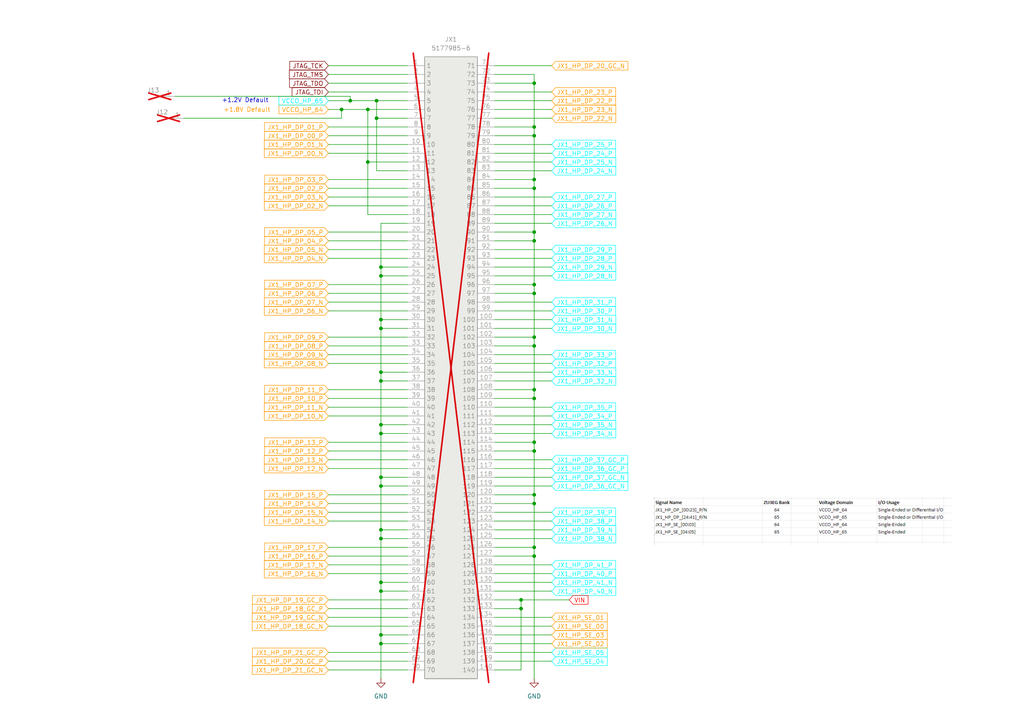
<source format=kicad_sch>
(kicad_sch (version 20231120) (generator "eeschema") (generator_version "8.0")
  (paper "A4")
  (lib_symbols
    (symbol "Connector:Conn_01x01_Pin" (pin_names (offset 1.016) hide)
      (property "Reference" "J" (at 0 2.54 0))
      (property "Value" "Conn_01x01_Pin" (at 0 -2.54 0))
      (symbol "Conn_01x01_Pin_1_1"
        (polyline (pts (xy 1.27 0) (xy 0.8636 0)) (stroke (width 0.1524)))
        (rectangle (start 0.8636 0.127) (end 0 -0.127) (stroke (width 0.1524)) (fill (type outline)))
        (pin passive line (at 5.08 0 180) (length 3.81) (name "Pin_1") (number "1"))
      )
    )
    (symbol "SamacSys_Parts:5177985-6"
      (property "Reference" "J" (at 21.59 7.62 0))
      (property "Value" "5177985-6" (at 21.59 5.08 0))
      (symbol "5177985-6_1_1"
        (rectangle (start 5.08 2.54) (end 20.32 -177.8) (stroke (width 0.254)) (fill (type background)))
        (pin passive line (at 0 0 0) (length 5.08) (name "1") (number "1"))
        (pin passive line (at 0 -22.86 0) (length 5.08) (name "10") (number "10"))
        (pin passive line (at 25.4 -73.66 180) (length 5.08) (name "100") (number "100"))
        (pin passive line (at 25.4 -76.2 180) (length 5.08) (name "101") (number "101"))
        (pin passive line (at 25.4 -78.74 180) (length 5.08) (name "102") (number "102"))
        (pin passive line (at 25.4 -81.28 180) (length 5.08) (name "103") (number "103"))
        (pin passive line (at 25.4 -83.82 180) (length 5.08) (name "104") (number "104"))
        (pin passive line (at 25.4 -86.36 180) (length 5.08) (name "105") (number "105"))
        (pin passive line (at 25.4 -88.9 180) (length 5.08) (name "106") (number "106"))
        (pin passive line (at 25.4 -91.44 180) (length 5.08) (name "107") (number "107"))
        (pin passive line (at 25.4 -93.98 180) (length 5.08) (name "108") (number "108"))
        (pin passive line (at 25.4 -96.52 180) (length 5.08) (name "109") (number "109"))
        (pin passive line (at 0 -25.4 0) (length 5.08) (name "11") (number "11"))
        (pin passive line (at 25.4 -99.06 180) (length 5.08) (name "110") (number "110"))
        (pin passive line (at 25.4 -101.6 180) (length 5.08) (name "111") (number "111"))
        (pin passive line (at 25.4 -104.14 180) (length 5.08) (name "112") (number "112"))
        (pin passive line (at 25.4 -106.68 180) (length 5.08) (name "113") (number "113"))
        (pin passive line (at 25.4 -109.22 180) (length 5.08) (name "114") (number "114"))
        (pin passive line (at 25.4 -111.76 180) (length 5.08) (name "115") (number "115"))
        (pin passive line (at 25.4 -114.3 180) (length 5.08) (name "116") (number "116"))
        (pin passive line (at 25.4 -116.84 180) (length 5.08) (name "117") (number "117"))
        (pin passive line (at 25.4 -119.38 180) (length 5.08) (name "118") (number "118"))
        (pin passive line (at 25.4 -121.92 180) (length 5.08) (name "119") (number "119"))
        (pin passive line (at 0 -27.94 0) (length 5.08) (name "12") (number "12"))
        (pin passive line (at 25.4 -124.46 180) (length 5.08) (name "120") (number "120"))
        (pin passive line (at 25.4 -127 180) (length 5.08) (name "121") (number "121"))
        (pin passive line (at 25.4 -129.54 180) (length 5.08) (name "122") (number "122"))
        (pin passive line (at 25.4 -132.08 180) (length 5.08) (name "123") (number "123"))
        (pin passive line (at 25.4 -134.62 180) (length 5.08) (name "124") (number "124"))
        (pin passive line (at 25.4 -137.16 180) (length 5.08) (name "125") (number "125"))
        (pin passive line (at 25.4 -139.7 180) (length 5.08) (name "126") (number "126"))
        (pin passive line (at 25.4 -142.24 180) (length 5.08) (name "127") (number "127"))
        (pin passive line (at 25.4 -144.78 180) (length 5.08) (name "128") (number "128"))
        (pin passive line (at 25.4 -147.32 180) (length 5.08) (name "129") (number "129"))
        (pin passive line (at 0 -30.48 0) (length 5.08) (name "13") (number "13"))
        (pin passive line (at 25.4 -149.86 180) (length 5.08) (name "130") (number "130"))
        (pin passive line (at 25.4 -152.4 180) (length 5.08) (name "131") (number "131"))
        (pin passive line (at 25.4 -154.94 180) (length 5.08) (name "132") (number "132"))
        (pin passive line (at 25.4 -157.48 180) (length 5.08) (name "133") (number "133"))
        (pin passive line (at 25.4 -160.02 180) (length 5.08) (name "134") (number "134"))
        (pin passive line (at 25.4 -162.56 180) (length 5.08) (name "135") (number "135"))
        (pin passive line (at 25.4 -165.1 180) (length 5.08) (name "136") (number "136"))
        (pin passive line (at 25.4 -167.64 180) (length 5.08) (name "137") (number "137"))
        (pin passive line (at 25.4 -170.18 180) (length 5.08) (name "138") (number "138"))
        (pin passive line (at 25.4 -172.72 180) (length 5.08) (name "139") (number "139"))
        (pin passive line (at 0 -33.02 0) (length 5.08) (name "14") (number "14"))
        (pin passive line (at 25.4 -175.26 180) (length 5.08) (name "140") (number "140"))
        (pin passive line (at 0 -35.56 0) (length 5.08) (name "15") (number "15"))
        (pin passive line (at 0 -38.1 0) (length 5.08) (name "16") (number "16"))
        (pin passive line (at 0 -40.64 0) (length 5.08) (name "17") (number "17"))
        (pin passive line (at 0 -43.18 0) (length 5.08) (name "18") (number "18"))
        (pin passive line (at 0 -45.72 0) (length 5.08) (name "19") (number "19"))
        (pin passive line (at 0 -2.54 0) (length 5.08) (name "2") (number "2"))
        (pin passive line (at 0 -48.26 0) (length 5.08) (name "20") (number "20"))
        (pin passive line (at 0 -50.8 0) (length 5.08) (name "21") (number "21"))
        (pin passive line (at 0 -53.34 0) (length 5.08) (name "22") (number "22"))
        (pin passive line (at 0 -55.88 0) (length 5.08) (name "23") (number "23"))
        (pin passive line (at 0 -58.42 0) (length 5.08) (name "24") (number "24"))
        (pin passive line (at 0 -60.96 0) (length 5.08) (name "25") (number "25"))
        (pin passive line (at 0 -63.5 0) (length 5.08) (name "26") (number "26"))
        (pin passive line (at 0 -66.04 0) (length 5.08) (name "27") (number "27"))
        (pin passive line (at 0 -68.58 0) (length 5.08) (name "28") (number "28"))
        (pin passive line (at 0 -71.12 0) (length 5.08) (name "29") (number "29"))
        (pin passive line (at 0 -5.08 0) (length 5.08) (name "3") (number "3"))
        (pin passive line (at 0 -73.66 0) (length 5.08) (name "30") (number "30"))
        (pin passive line (at 0 -76.2 0) (length 5.08) (name "31") (number "31"))
        (pin passive line (at 0 -78.74 0) (length 5.08) (name "32") (number "32"))
        (pin passive line (at 0 -81.28 0) (length 5.08) (name "33") (number "33"))
        (pin passive line (at 0 -83.82 0) (length 5.08) (name "34") (number "34"))
        (pin passive line (at 0 -86.36 0) (length 5.08) (name "35") (number "35"))
        (pin passive line (at 0 -88.9 0) (length 5.08) (name "36") (number "36"))
        (pin passive line (at 0 -91.44 0) (length 5.08) (name "37") (number "37"))
        (pin passive line (at 0 -93.98 0) (length 5.08) (name "38") (number "38"))
        (pin passive line (at 0 -96.52 0) (length 5.08) (name "39") (number "39"))
        (pin passive line (at 0 -7.62 0) (length 5.08) (name "4") (number "4"))
        (pin passive line (at 0 -99.06 0) (length 5.08) (name "40") (number "40"))
        (pin passive line (at 0 -101.6 0) (length 5.08) (name "41") (number "41"))
        (pin passive line (at 0 -104.14 0) (length 5.08) (name "42") (number "42"))
        (pin passive line (at 0 -106.68 0) (length 5.08) (name "43") (number "43"))
        (pin passive line (at 0 -109.22 0) (length 5.08) (name "44") (number "44"))
        (pin passive line (at 0 -111.76 0) (length 5.08) (name "45") (number "45"))
        (pin passive line (at 0 -114.3 0) (length 5.08) (name "46") (number "46"))
        (pin passive line (at 0 -116.84 0) (length 5.08) (name "47") (number "47"))
        (pin passive line (at 0 -119.38 0) (length 5.08) (name "48") (number "48"))
        (pin passive line (at 0 -121.92 0) (length 5.08) (name "49") (number "49"))
        (pin passive line (at 0 -10.16 0) (length 5.08) (name "5") (number "5"))
        (pin passive line (at 0 -124.46 0) (length 5.08) (name "50") (number "50"))
        (pin passive line (at 0 -127 0) (length 5.08) (name "51") (number "51"))
        (pin passive line (at 0 -129.54 0) (length 5.08) (name "52") (number "52"))
        (pin passive line (at 0 -132.08 0) (length 5.08) (name "53") (number "53"))
        (pin passive line (at 0 -134.62 0) (length 5.08) (name "54") (number "54"))
        (pin passive line (at 0 -137.16 0) (length 5.08) (name "55") (number "55"))
        (pin passive line (at 0 -139.7 0) (length 5.08) (name "56") (number "56"))
        (pin passive line (at 0 -142.24 0) (length 5.08) (name "57") (number "57"))
        (pin passive line (at 0 -144.78 0) (length 5.08) (name "58") (number "58"))
        (pin passive line (at 0 -147.32 0) (length 5.08) (name "59") (number "59"))
        (pin passive line (at 0 -12.7 0) (length 5.08) (name "6") (number "6"))
        (pin passive line (at 0 -149.86 0) (length 5.08) (name "60") (number "60"))
        (pin passive line (at 0 -152.4 0) (length 5.08) (name "61") (number "61"))
        (pin passive line (at 0 -154.94 0) (length 5.08) (name "62") (number "62"))
        (pin passive line (at 0 -157.48 0) (length 5.08) (name "63") (number "63"))
        (pin passive line (at 0 -160.02 0) (length 5.08) (name "64") (number "64"))
        (pin passive line (at 0 -162.56 0) (length 5.08) (name "65") (number "65"))
        (pin passive line (at 0 -165.1 0) (length 5.08) (name "66") (number "66"))
        (pin passive line (at 0 -167.64 0) (length 5.08) (name "67") (number "67"))
        (pin passive line (at 0 -170.18 0) (length 5.08) (name "68") (number "68"))
        (pin passive line (at 0 -172.72 0) (length 5.08) (name "69") (number "69"))
        (pin passive line (at 0 -15.24 0) (length 5.08) (name "7") (number "7"))
        (pin passive line (at 0 -175.26 0) (length 5.08) (name "70") (number "70"))
        (pin passive line (at 25.4 0 180) (length 5.08) (name "71") (number "71"))
        (pin passive line (at 25.4 -2.54 180) (length 5.08) (name "72") (number "72"))
        (pin passive line (at 25.4 -5.08 180) (length 5.08) (name "73") (number "73"))
        (pin passive line (at 25.4 -7.62 180) (length 5.08) (name "74") (number "74"))
        (pin passive line (at 25.4 -10.16 180) (length 5.08) (name "75") (number "75"))
        (pin passive line (at 25.4 -12.7 180) (length 5.08) (name "76") (number "76"))
        (pin passive line (at 25.4 -15.24 180) (length 5.08) (name "77") (number "77"))
        (pin passive line (at 25.4 -17.78 180) (length 5.08) (name "78") (number "78"))
        (pin passive line (at 25.4 -20.32 180) (length 5.08) (name "79") (number "79"))
        (pin passive line (at 0 -17.78 0) (length 5.08) (name "8") (number "8"))
        (pin passive line (at 25.4 -22.86 180) (length 5.08) (name "80") (number "80"))
        (pin passive line (at 25.4 -25.4 180) (length 5.08) (name "81") (number "81"))
        (pin passive line (at 25.4 -27.94 180) (length 5.08) (name "82") (number "82"))
        (pin passive line (at 25.4 -30.48 180) (length 5.08) (name "83") (number "83"))
        (pin passive line (at 25.4 -33.02 180) (length 5.08) (name "84") (number "84"))
        (pin passive line (at 25.4 -35.56 180) (length 5.08) (name "85") (number "85"))
        (pin passive line (at 25.4 -38.1 180) (length 5.08) (name "86") (number "86"))
        (pin passive line (at 25.4 -40.64 180) (length 5.08) (name "87") (number "87"))
        (pin passive line (at 25.4 -43.18 180) (length 5.08) (name "88") (number "88"))
        (pin passive line (at 25.4 -45.72 180) (length 5.08) (name "89") (number "89"))
        (pin passive line (at 0 -20.32 0) (length 5.08) (name "9") (number "9"))
        (pin passive line (at 25.4 -48.26 180) (length 5.08) (name "90") (number "90"))
        (pin passive line (at 25.4 -50.8 180) (length 5.08) (name "91") (number "91"))
        (pin passive line (at 25.4 -53.34 180) (length 5.08) (name "92") (number "92"))
        (pin passive line (at 25.4 -55.88 180) (length 5.08) (name "93") (number "93"))
        (pin passive line (at 25.4 -58.42 180) (length 5.08) (name "94") (number "94"))
        (pin passive line (at 25.4 -60.96 180) (length 5.08) (name "95") (number "95"))
        (pin passive line (at 25.4 -63.5 180) (length 5.08) (name "96") (number "96"))
        (pin passive line (at 25.4 -66.04 180) (length 5.08) (name "97") (number "97"))
        (pin passive line (at 25.4 -68.58 180) (length 5.08) (name "98") (number "98"))
        (pin passive line (at 25.4 -71.12 180) (length 5.08) (name "99") (number "99"))
      )
    )
    (symbol "power:GND" (power) (pin_numbers hide) (pin_names (offset 0) hide)
      (property "Value" "GND" (at 0 -3.81 0))
      (symbol "GND_0_1"
        (polyline (pts (xy 0 0) (xy 0 -1.27) (xy 1.27 -1.27) (xy 0 -2.54) (xy -1.27 -1.27) (xy 0 -1.27)))
      )
      (symbol "GND_1_1"
        (pin power_in line (at 0 0 270) (length 0) (name "~") (number "1"))
      )
    )
  )
  (junction (at 110.49 171.45))
  (junction (at 154.94 52.07))
  (junction (at 110.49 184.15))
  (junction (at 110.49 156.21))
  (junction (at 110.49 107.95))
  (junction (at 110.49 125.73))
  (junction (at 154.94 115.57))
  (junction (at 106.68 31.75))
  (junction (at 154.94 67.31))
  (junction (at 110.49 153.67))
  (junction (at 154.94 161.29))
  (junction (at 106.68 46.99))
  (junction (at 154.94 158.75))
  (junction (at 110.49 123.19))
  (junction (at 110.49 186.69))
  (junction (at 110.49 77.47))
  (junction (at 154.94 146.05))
  (junction (at 154.94 85.09))
  (junction (at 151.13 173.99))
  (junction (at 154.94 100.33))
  (junction (at 109.22 34.29))
  (junction (at 110.49 138.43))
  (junction (at 154.94 69.85))
  (junction (at 154.94 130.81))
  (junction (at 154.94 54.61))
  (junction (at 99.06 31.75))
  (junction (at 154.94 36.83))
  (junction (at 110.49 168.91))
  (junction (at 101.6 29.21))
  (junction (at 154.94 24.13))
  (junction (at 110.49 140.97))
  (junction (at 110.49 95.25))
  (junction (at 151.13 176.53))
  (junction (at 110.49 92.71))
  (junction (at 154.94 97.79))
  (junction (at 110.49 80.01))
  (junction (at 154.94 128.27))
  (junction (at 154.94 113.03))
  (junction (at 110.49 110.49))
  (junction (at 109.22 29.21))
  (junction (at 154.94 82.55))
  (junction (at 154.94 39.37))
  (junction (at 154.94 143.51))
  (wire (pts (xy 151.13 194.31) (xy 143.51 194.31)))
  (wire (pts (xy 143.51 113.03) (xy 154.94 113.03)))
  (wire (pts (xy 143.51 82.55) (xy 154.94 82.55)))
  (wire (pts (xy 143.51 59.69) (xy 160.02 59.69)))
  (wire (pts (xy 143.51 46.99) (xy 160.02 46.99)))
  (wire (pts (xy 118.11 46.99) (xy 106.68 46.99)))
  (wire (pts (xy 143.51 179.07) (xy 160.02 179.07)))
  (wire (pts (xy 151.13 176.53) (xy 151.13 173.99)))
  (wire (pts (xy 154.94 143.51) (xy 154.94 146.05)))
  (wire (pts (xy 53.34 34.29) (xy 99.06 34.29)))
  (wire (pts (xy 109.22 49.53) (xy 109.22 34.29)))
  (wire (pts (xy 154.94 82.55) (xy 154.94 85.09)))
  (wire (pts (xy 143.51 138.43) (xy 160.02 138.43)))
  (wire (pts (xy 110.49 125.73) (xy 110.49 138.43)))
  (wire (pts (xy 95.25 148.59) (xy 118.11 148.59)))
  (wire (pts (xy 143.51 115.57) (xy 154.94 115.57)))
  (wire (pts (xy 99.06 34.29) (xy 99.06 31.75)))
  (wire (pts (xy 143.51 100.33) (xy 154.94 100.33)))
  (wire (pts (xy 110.49 77.47) (xy 118.11 77.47)))
  (wire (pts (xy 143.51 92.71) (xy 160.02 92.71)))
  (wire (pts (xy 143.51 158.75) (xy 154.94 158.75)))
  (wire (pts (xy 143.51 171.45) (xy 160.02 171.45)))
  (wire (pts (xy 143.51 19.05) (xy 160.02 19.05)))
  (wire (pts (xy 95.25 143.51) (xy 118.11 143.51)))
  (wire (pts (xy 95.25 135.89) (xy 118.11 135.89)))
  (wire (pts (xy 143.51 161.29) (xy 154.94 161.29)))
  (wire (pts (xy 110.49 64.77) (xy 118.11 64.77)))
  (wire (pts (xy 95.25 31.75) (xy 99.06 31.75)))
  (wire (pts (xy 143.51 107.95) (xy 160.02 107.95)))
  (wire (pts (xy 95.25 36.83) (xy 118.11 36.83)))
  (wire (pts (xy 151.13 176.53) (xy 151.13 194.31)))
  (wire (pts (xy 95.25 19.05) (xy 118.11 19.05)))
  (wire (pts (xy 143.51 34.29) (xy 160.02 34.29)))
  (wire (pts (xy 143.51 189.23) (xy 160.02 189.23)))
  (wire (pts (xy 154.94 97.79) (xy 154.94 100.33)))
  (wire (pts (xy 110.49 156.21) (xy 118.11 156.21)))
  (wire (pts (xy 143.51 146.05) (xy 154.94 146.05)))
  (wire (pts (xy 110.49 110.49) (xy 118.11 110.49)))
  (wire (pts (xy 143.51 135.89) (xy 160.02 135.89)))
  (wire (pts (xy 143.51 49.53) (xy 160.02 49.53)))
  (wire (pts (xy 99.06 31.75) (xy 106.68 31.75)))
  (wire (pts (xy 143.51 128.27) (xy 154.94 128.27)))
  (wire (pts (xy 110.49 64.77) (xy 110.49 77.47)))
  (wire (pts (xy 143.51 57.15) (xy 160.02 57.15)))
  (wire (pts (xy 110.49 107.95) (xy 110.49 110.49)))
  (wire (pts (xy 143.51 153.67) (xy 160.02 153.67)))
  (wire (pts (xy 95.25 113.03) (xy 118.11 113.03)))
  (wire (pts (xy 95.25 146.05) (xy 118.11 146.05)))
  (wire (pts (xy 110.49 95.25) (xy 110.49 107.95)))
  (wire (pts (xy 154.94 85.09) (xy 154.94 97.79)))
  (wire (pts (xy 110.49 186.69) (xy 118.11 186.69)))
  (wire (pts (xy 95.25 54.61) (xy 118.11 54.61)))
  (wire (pts (xy 143.51 26.67) (xy 160.02 26.67)))
  (wire (pts (xy 110.49 80.01) (xy 110.49 92.71)))
  (wire (pts (xy 95.25 72.39) (xy 118.11 72.39)))
  (wire (pts (xy 110.49 138.43) (xy 110.49 140.97)))
  (wire (pts (xy 110.49 77.47) (xy 110.49 80.01)))
  (wire (pts (xy 143.51 140.97) (xy 160.02 140.97)))
  (wire (pts (xy 95.25 163.83) (xy 118.11 163.83)))
  (wire (pts (xy 143.51 133.35) (xy 160.02 133.35)))
  (wire (pts (xy 50.8 27.94) (xy 101.6 27.94)))
  (wire (pts (xy 110.49 153.67) (xy 110.49 156.21)))
  (wire (pts (xy 95.25 69.85) (xy 118.11 69.85)))
  (wire (pts (xy 110.49 171.45) (xy 110.49 184.15)))
  (wire (pts (xy 95.25 161.29) (xy 118.11 161.29)))
  (wire (pts (xy 154.94 130.81) (xy 154.94 143.51)))
  (wire (pts (xy 101.6 27.94) (xy 101.6 29.21)))
  (wire (pts (xy 110.49 168.91) (xy 118.11 168.91)))
  (wire (pts (xy 143.51 77.47) (xy 160.02 77.47)))
  (wire (pts (xy 154.94 100.33) (xy 154.94 113.03)))
  (wire (pts (xy 143.51 176.53) (xy 151.13 176.53)))
  (wire (pts (xy 95.25 120.65) (xy 118.11 120.65)))
  (wire (pts (xy 110.49 153.67) (xy 118.11 153.67)))
  (wire (pts (xy 143.51 156.21) (xy 160.02 156.21)))
  (wire (pts (xy 95.25 24.13) (xy 118.11 24.13)))
  (wire (pts (xy 95.25 59.69) (xy 118.11 59.69)))
  (wire (pts (xy 95.25 173.99) (xy 118.11 173.99)))
  (wire (pts (xy 143.51 97.79) (xy 154.94 97.79)))
  (wire (pts (xy 110.49 171.45) (xy 118.11 171.45)))
  (wire (pts (xy 154.94 128.27) (xy 154.94 130.81)))
  (wire (pts (xy 95.25 74.93) (xy 118.11 74.93)))
  (wire (pts (xy 143.51 62.23) (xy 160.02 62.23)))
  (wire (pts (xy 106.68 31.75) (xy 118.11 31.75)))
  (wire (pts (xy 110.49 140.97) (xy 110.49 153.67)))
  (wire (pts (xy 143.51 191.77) (xy 160.02 191.77)))
  (wire (pts (xy 95.25 115.57) (xy 118.11 115.57)))
  (wire (pts (xy 143.51 90.17) (xy 160.02 90.17)))
  (wire (pts (xy 110.49 80.01) (xy 118.11 80.01)))
  (wire (pts (xy 143.51 181.61) (xy 160.02 181.61)))
  (wire (pts (xy 109.22 29.21) (xy 118.11 29.21)))
  (wire (pts (xy 95.25 191.77) (xy 118.11 191.77)))
  (wire (pts (xy 110.49 184.15) (xy 110.49 186.69)))
  (wire (pts (xy 143.51 44.45) (xy 160.02 44.45)))
  (wire (pts (xy 154.94 67.31) (xy 154.94 69.85)))
  (wire (pts (xy 118.11 49.53) (xy 109.22 49.53)))
  (wire (pts (xy 143.51 64.77) (xy 160.02 64.77)))
  (wire (pts (xy 143.51 110.49) (xy 160.02 110.49)))
  (wire (pts (xy 95.25 21.59) (xy 118.11 21.59)))
  (wire (pts (xy 143.51 31.75) (xy 160.02 31.75)))
  (wire (pts (xy 143.51 24.13) (xy 154.94 24.13)))
  (wire (pts (xy 154.94 36.83) (xy 154.94 39.37)))
  (wire (pts (xy 110.49 168.91) (xy 110.49 171.45)))
  (wire (pts (xy 95.25 179.07) (xy 118.11 179.07)))
  (wire (pts (xy 143.51 105.41) (xy 160.02 105.41)))
  (wire (pts (xy 110.49 186.69) (xy 110.49 196.85)))
  (wire (pts (xy 95.25 41.91) (xy 118.11 41.91)))
  (wire (pts (xy 143.51 52.07) (xy 154.94 52.07)))
  (wire (pts (xy 143.51 168.91) (xy 160.02 168.91)))
  (wire (pts (xy 110.49 123.19) (xy 118.11 123.19)))
  (wire (pts (xy 143.51 125.73) (xy 160.02 125.73)))
  (wire (pts (xy 154.94 21.59) (xy 154.94 24.13)))
  (wire (pts (xy 143.51 186.69) (xy 160.02 186.69)))
  (wire (pts (xy 106.68 46.99) (xy 106.68 31.75)))
  (wire (pts (xy 118.11 34.29) (xy 109.22 34.29)))
  (wire (pts (xy 110.49 92.71) (xy 118.11 92.71)))
  (wire (pts (xy 143.51 41.91) (xy 160.02 41.91)))
  (wire (pts (xy 95.25 105.41) (xy 118.11 105.41)))
  (wire (pts (xy 95.25 87.63) (xy 118.11 87.63)))
  (wire (pts (xy 95.25 85.09) (xy 118.11 85.09)))
  (wire (pts (xy 101.6 29.21) (xy 109.22 29.21)))
  (wire (pts (xy 143.51 102.87) (xy 160.02 102.87)))
  (wire (pts (xy 143.51 85.09) (xy 154.94 85.09)))
  (wire (pts (xy 95.25 151.13) (xy 118.11 151.13)))
  (wire (pts (xy 143.51 173.99) (xy 151.13 173.99)))
  (wire (pts (xy 143.51 87.63) (xy 160.02 87.63)))
  (wire (pts (xy 143.51 184.15) (xy 160.02 184.15)))
  (wire (pts (xy 95.25 52.07) (xy 118.11 52.07)))
  (wire (pts (xy 95.25 176.53) (xy 118.11 176.53)))
  (wire (pts (xy 143.51 54.61) (xy 154.94 54.61)))
  (wire (pts (xy 95.25 133.35) (xy 118.11 133.35)))
  (wire (pts (xy 110.49 123.19) (xy 110.49 125.73)))
  (wire (pts (xy 95.25 100.33) (xy 118.11 100.33)))
  (wire (pts (xy 143.51 21.59) (xy 154.94 21.59)))
  (wire (pts (xy 154.94 146.05) (xy 154.94 158.75)))
  (wire (pts (xy 143.51 39.37) (xy 154.94 39.37)))
  (wire (pts (xy 95.25 102.87) (xy 118.11 102.87)))
  (wire (pts (xy 143.51 69.85) (xy 154.94 69.85)))
  (wire (pts (xy 143.51 29.21) (xy 160.02 29.21)))
  (wire (pts (xy 154.94 113.03) (xy 154.94 115.57)))
  (wire (pts (xy 143.51 120.65) (xy 160.02 120.65)))
  (wire (pts (xy 110.49 110.49) (xy 110.49 123.19)))
  (wire (pts (xy 118.11 62.23) (xy 106.68 62.23)))
  (wire (pts (xy 143.51 67.31) (xy 154.94 67.31)))
  (wire (pts (xy 143.51 95.25) (xy 160.02 95.25)))
  (wire (pts (xy 143.51 148.59) (xy 160.02 148.59)))
  (wire (pts (xy 154.94 161.29) (xy 154.94 196.85)))
  (wire (pts (xy 143.51 163.83) (xy 160.02 163.83)))
  (wire (pts (xy 143.51 36.83) (xy 154.94 36.83)))
  (wire (pts (xy 143.51 143.51) (xy 154.94 143.51)))
  (wire (pts (xy 95.25 90.17) (xy 118.11 90.17)))
  (wire (pts (xy 95.25 181.61) (xy 118.11 181.61)))
  (wire (pts (xy 154.94 69.85) (xy 154.94 82.55)))
  (wire (pts (xy 95.25 82.55) (xy 118.11 82.55)))
  (wire (pts (xy 110.49 184.15) (xy 118.11 184.15)))
  (wire (pts (xy 143.51 72.39) (xy 160.02 72.39)))
  (wire (pts (xy 95.25 128.27) (xy 118.11 128.27)))
  (wire (pts (xy 143.51 123.19) (xy 160.02 123.19)))
  (wire (pts (xy 95.25 39.37) (xy 118.11 39.37)))
  (wire (pts (xy 95.25 29.21) (xy 101.6 29.21)))
  (wire (pts (xy 95.25 189.23) (xy 118.11 189.23)))
  (wire (pts (xy 95.25 194.31) (xy 118.11 194.31)))
  (wire (pts (xy 143.51 118.11) (xy 160.02 118.11)))
  (wire (pts (xy 154.94 24.13) (xy 154.94 36.83)))
  (wire (pts (xy 143.51 130.81) (xy 154.94 130.81)))
  (wire (pts (xy 154.94 115.57) (xy 154.94 128.27)))
  (wire (pts (xy 110.49 95.25) (xy 118.11 95.25)))
  (wire (pts (xy 154.94 54.61) (xy 154.94 67.31)))
  (wire (pts (xy 110.49 156.21) (xy 110.49 168.91)))
  (wire (pts (xy 110.49 125.73) (xy 118.11 125.73)))
  (wire (pts (xy 106.68 62.23) (xy 106.68 46.99)))
  (wire (pts (xy 110.49 107.95) (xy 118.11 107.95)))
  (wire (pts (xy 110.49 92.71) (xy 110.49 95.25)))
  (wire (pts (xy 110.49 140.97) (xy 118.11 140.97)))
  (wire (pts (xy 143.51 80.01) (xy 160.02 80.01)))
  (wire (pts (xy 109.22 34.29) (xy 109.22 29.21)))
  (wire (pts (xy 154.94 52.07) (xy 154.94 54.61)))
  (wire (pts (xy 95.25 57.15) (xy 118.11 57.15)))
  (wire (pts (xy 143.51 166.37) (xy 160.02 166.37)))
  (wire (pts (xy 95.25 97.79) (xy 118.11 97.79)))
  (wire (pts (xy 95.25 130.81) (xy 118.11 130.81)))
  (wire (pts (xy 154.94 39.37) (xy 154.94 52.07)))
  (wire (pts (xy 95.25 118.11) (xy 118.11 118.11)))
  (wire (pts (xy 95.25 26.67) (xy 118.11 26.67)))
  (wire (pts (xy 110.49 138.43) (xy 118.11 138.43)))
  (wire (pts (xy 95.25 158.75) (xy 118.11 158.75)))
  (wire (pts (xy 151.13 173.99) (xy 165.1 173.99)))
  (wire (pts (xy 154.94 158.75) (xy 154.94 161.29)))
  (wire (pts (xy 95.25 67.31) (xy 118.11 67.31)))
  (wire (pts (xy 143.51 151.13) (xy 160.02 151.13)))
  (wire (pts (xy 95.25 44.45) (xy 118.11 44.45)))
  (wire (pts (xy 95.25 166.37) (xy 118.11 166.37)))
  (wire (pts (xy 143.51 74.93) (xy 160.02 74.93)))
  (image (at 232.918 150.876) (scale 0.375877))
  (text "+1.8V Default" (at 71.628 32.004 0) (effects (font (size 1.27 1.27))))
  (text "+1.2V Default" (at 71.12 29.21 0) (effects (font (size 1.27 1.27))))
  (global_label "JX1_HP_DP_26_P" (shape input) (at 160.02 59.69 0) (property "Intersheetrefs" "${INTERSHEET_REFS}" (effects (hide yes))))
  (global_label "JX1_HP_DP_07_P" (shape input) (at 95.25 82.55 180) (property "Intersheetrefs" "${INTERSHEET_REFS}" (effects (hide yes))))
  (global_label "JX1_HP_DP_37_GC_N" (shape input) (at 160.02 138.43 0) (property "Intersheetrefs" "${INTERSHEET_REFS}" (effects (hide yes))))
  (global_label "JX1_HP_DP_39_N" (shape input) (at 160.02 153.67 0) (property "Intersheetrefs" "${INTERSHEET_REFS}" (effects (hide yes))))
  (global_label "JX1_HP_DP_29_N" (shape input) (at 160.02 77.47 0) (property "Intersheetrefs" "${INTERSHEET_REFS}" (effects (hide yes))))
  (global_label "JX1_HP_DP_01_P" (shape input) (at 95.25 36.83 180) (property "Intersheetrefs" "${INTERSHEET_REFS}" (effects (hide yes))))
  (global_label "JX1_HP_DP_14_N" (shape input) (at 95.25 151.13 180) (property "Intersheetrefs" "${INTERSHEET_REFS}" (effects (hide yes))))
  (global_label "JX1_HP_DP_38_P" (shape input) (at 160.02 151.13 0) (property "Intersheetrefs" "${INTERSHEET_REFS}" (effects (hide yes))))
  (global_label "JX1_HP_DP_27_P" (shape input) (at 160.02 57.15 0) (property "Intersheetrefs" "${INTERSHEET_REFS}" (effects (hide yes))))
  (global_label "JX1_HP_DP_19_GC_P" (shape input) (at 95.25 173.99 180) (property "Intersheetrefs" "${INTERSHEET_REFS}" (effects (hide yes))))
  (global_label "JX1_HP_DP_03_P" (shape input) (at 95.25 52.07 180) (property "Intersheetrefs" "${INTERSHEET_REFS}" (effects (hide yes))))
  (global_label "JX1_HP_DP_21_GC_N" (shape input) (at 95.25 194.31 180) (property "Intersheetrefs" "${INTERSHEET_REFS}" (effects (hide yes))))
  (global_label "JX1_HP_SE_00" (shape input) (at 160.02 181.61 0) (property "Intersheetrefs" "${INTERSHEET_REFS}" (effects (hide yes))))
  (global_label "JX1_HP_DP_05_N" (shape input) (at 95.25 72.39 180) (property "Intersheetrefs" "${INTERSHEET_REFS}" (effects (hide yes))))
  (global_label "JX1_HP_DP_07_N" (shape input) (at 95.25 87.63 180) (property "Intersheetrefs" "${INTERSHEET_REFS}" (effects (hide yes))))
  (global_label "JX1_HP_DP_11_N" (shape input) (at 95.25 118.11 180) (property "Intersheetrefs" "${INTERSHEET_REFS}" (effects (hide yes))))
  (global_label "JX1_HP_DP_25_P" (shape input) (at 160.02 41.91 0) (property "Intersheetrefs" "${INTERSHEET_REFS}" (effects (hide yes))))
  (global_label "JX1_HP_DP_28_N" (shape input) (at 160.02 80.01 0) (property "Intersheetrefs" "${INTERSHEET_REFS}" (effects (hide yes))))
  (global_label "JX1_HP_DP_29_P" (shape input) (at 160.02 72.39 0) (property "Intersheetrefs" "${INTERSHEET_REFS}" (effects (hide yes))))
  (global_label "JX1_HP_DP_05_P" (shape input) (at 95.25 67.31 180) (property "Intersheetrefs" "${INTERSHEET_REFS}" (effects (hide yes))))
  (global_label "VCCO_HP_64" (shape input) (at 95.25 31.75 180) (property "Intersheetrefs" "${INTERSHEET_REFS}" (effects (hide yes))))
  (global_label "JX1_HP_DP_03_N" (shape input) (at 95.25 57.15 180) (property "Intersheetrefs" "${INTERSHEET_REFS}" (effects (hide yes))))
  (global_label "JX1_HP_DP_04_P" (shape input) (at 95.25 69.85 180) (property "Intersheetrefs" "${INTERSHEET_REFS}" (effects (hide yes))))
  (global_label "JX1_HP_DP_25_N" (shape input) (at 160.02 46.99 0) (property "Intersheetrefs" "${INTERSHEET_REFS}" (effects (hide yes))))
  (global_label "JX1_HP_DP_02_N" (shape input) (at 95.25 59.69 180) (property "Intersheetrefs" "${INTERSHEET_REFS}" (effects (hide yes))))
  (global_label "JX1_HP_DP_12_P" (shape input) (at 95.25 130.81 180) (property "Intersheetrefs" "${INTERSHEET_REFS}" (effects (hide yes))))
  (global_label "JX1_HP_DP_12_N" (shape input) (at 95.25 135.89 180) (property "Intersheetrefs" "${INTERSHEET_REFS}" (effects (hide yes))))
  (global_label "JX1_HP_DP_17_N" (shape input) (at 95.25 163.83 180) (property "Intersheetrefs" "${INTERSHEET_REFS}" (effects (hide yes))))
  (global_label "JX1_HP_DP_40_N" (shape input) (at 160.02 171.45 0) (property "Intersheetrefs" "${INTERSHEET_REFS}" (effects (hide yes))))
  (global_label "JX1_HP_DP_32_N" (shape input) (at 160.02 110.49 0) (property "Intersheetrefs" "${INTERSHEET_REFS}" (effects (hide yes))))
  (global_label "JX1_HP_DP_19_GC_N" (shape input) (at 95.25 179.07 180) (property "Intersheetrefs" "${INTERSHEET_REFS}" (effects (hide yes))))
  (global_label "JX1_HP_DP_40_P" (shape input) (at 160.02 166.37 0) (property "Intersheetrefs" "${INTERSHEET_REFS}" (effects (hide yes))))
  (global_label "JX1_HP_DP_21_GC_P" (shape input) (at 95.25 189.23 180) (property "Intersheetrefs" "${INTERSHEET_REFS}" (effects (hide yes))))
  (global_label "JX1_HP_DP_10_N" (shape input) (at 95.25 120.65 180) (property "Intersheetrefs" "${INTERSHEET_REFS}" (effects (hide yes))))
  (global_label "JX1_HP_SE_03" (shape input) (at 160.02 184.15 0) (property "Intersheetrefs" "${INTERSHEET_REFS}" (effects (hide yes))))
  (global_label "JX1_HP_DP_15_P" (shape input) (at 95.25 143.51 180) (property "Intersheetrefs" "${INTERSHEET_REFS}" (effects (hide yes))))
  (global_label "JX1_HP_DP_41_P" (shape input) (at 160.02 163.83 0) (property "Intersheetrefs" "${INTERSHEET_REFS}" (effects (hide yes))))
  (global_label "JX1_HP_DP_22_N" (shape input) (at 160.02 34.29 0) (property "Intersheetrefs" "${INTERSHEET_REFS}" (effects (hide yes))))
  (global_label "JX1_HP_DP_22_P" (shape input) (at 160.02 29.21 0) (property "Intersheetrefs" "${INTERSHEET_REFS}" (effects (hide yes))))
  (global_label "JX1_HP_DP_16_P" (shape input) (at 95.25 161.29 180) (property "Intersheetrefs" "${INTERSHEET_REFS}" (effects (hide yes))))
  (global_label "JX1_HP_DP_06_N" (shape input) (at 95.25 90.17 180) (property "Intersheetrefs" "${INTERSHEET_REFS}" (effects (hide yes))))
  (global_label "JX1_HP_DP_13_N" (shape input) (at 95.25 133.35 180) (property "Intersheetrefs" "${INTERSHEET_REFS}" (effects (hide yes))))
  (global_label "JX1_HP_DP_01_N" (shape input) (at 95.25 41.91 180) (property "Intersheetrefs" "${INTERSHEET_REFS}" (effects (hide yes))))
  (global_label "JX1_HP_SE_05" (shape input) (at 160.02 189.23 0) (property "Intersheetrefs" "${INTERSHEET_REFS}" (effects (hide yes))))
  (global_label "JX1_HP_SE_04" (shape input) (at 160.02 191.77 0) (property "Intersheetrefs" "${INTERSHEET_REFS}" (effects (hide yes))))
  (global_label "JX1_HP_DP_38_N" (shape input) (at 160.02 156.21 0) (property "Intersheetrefs" "${INTERSHEET_REFS}" (effects (hide yes))))
  (global_label "JX1_HP_DP_26_N" (shape input) (at 160.02 64.77 0) (property "Intersheetrefs" "${INTERSHEET_REFS}" (effects (hide yes))))
  (global_label "JX1_HP_DP_33_N" (shape input) (at 160.02 107.95 0) (property "Intersheetrefs" "${INTERSHEET_REFS}" (effects (hide yes))))
  (global_label "JX1_HP_DP_09_N" (shape input) (at 95.25 102.87 180) (property "Intersheetrefs" "${INTERSHEET_REFS}" (effects (hide yes))))
  (global_label "JX1_HP_DP_34_N" (shape input) (at 160.02 125.73 0) (property "Intersheetrefs" "${INTERSHEET_REFS}" (effects (hide yes))))
  (global_label "JX1_HP_DP_41_N" (shape input) (at 160.02 168.91 0) (property "Intersheetrefs" "${INTERSHEET_REFS}" (effects (hide yes))))
  (global_label "JX1_HP_DP_09_P" (shape input) (at 95.25 97.79 180) (property "Intersheetrefs" "${INTERSHEET_REFS}" (effects (hide yes))))
  (global_label "JX1_HP_DP_15_N" (shape input) (at 95.25 148.59 180) (property "Intersheetrefs" "${INTERSHEET_REFS}" (effects (hide yes))))
  (global_label "JX1_HP_DP_06_P" (shape input) (at 95.25 85.09 180) (property "Intersheetrefs" "${INTERSHEET_REFS}" (effects (hide yes))))
  (global_label "JX1_HP_DP_13_P" (shape input) (at 95.25 128.27 180) (property "Intersheetrefs" "${INTERSHEET_REFS}" (effects (hide yes))))
  (global_label "JX1_HP_DP_35_N" (shape input) (at 160.02 123.19 0) (property "Intersheetrefs" "${INTERSHEET_REFS}" (effects (hide yes))))
  (global_label "JX1_HP_DP_18_GC_N" (shape input) (at 95.25 181.61 180) (property "Intersheetrefs" "${INTERSHEET_REFS}" (effects (hide yes))))
  (global_label "JX1_HP_DP_20_GC_N" (shape input) (at 160.02 19.05 0) (property "Intersheetrefs" "${INTERSHEET_REFS}" (effects (hide yes))))
  (global_label "JX1_HP_DP_10_P" (shape input) (at 95.25 115.57 180) (property "Intersheetrefs" "${INTERSHEET_REFS}" (effects (hide yes))))
  (global_label "JTAG_TCK" (shape input) (at 95.25 19.05 180) (property "Intersheetrefs" "${INTERSHEET_REFS}" (effects (hide yes))))
  (global_label "JX1_HP_SE_01" (shape input) (at 160.02 179.07 0) (property "Intersheetrefs" "${INTERSHEET_REFS}" (effects (hide yes))))
  (global_label "JX1_HP_DP_24_P" (shape input) (at 160.02 44.45 0) (property "Intersheetrefs" "${INTERSHEET_REFS}" (effects (hide yes))))
  (global_label "JX1_HP_DP_30_N" (shape input) (at 160.02 95.25 0) (property "Intersheetrefs" "${INTERSHEET_REFS}" (effects (hide yes))))
  (global_label "JX1_HP_DP_02_P" (shape input) (at 95.25 54.61 180) (property "Intersheetrefs" "${INTERSHEET_REFS}" (effects (hide yes))))
  (global_label "JX1_HP_DP_30_P" (shape input) (at 160.02 90.17 0) (property "Intersheetrefs" "${INTERSHEET_REFS}" (effects (hide yes))))
  (global_label "JX1_HP_DP_35_P" (shape input) (at 160.02 118.11 0) (property "Intersheetrefs" "${INTERSHEET_REFS}" (effects (hide yes))))
  (global_label "JX1_HP_DP_24_N" (shape input) (at 160.02 49.53 0) (property "Intersheetrefs" "${INTERSHEET_REFS}" (effects (hide yes))))
  (global_label "JX1_HP_DP_00_N" (shape input) (at 95.25 44.45 180) (property "Intersheetrefs" "${INTERSHEET_REFS}" (effects (hide yes))))
  (global_label "JX1_HP_DP_31_P" (shape input) (at 160.02 87.63 0) (property "Intersheetrefs" "${INTERSHEET_REFS}" (effects (hide yes))))
  (global_label "JX1_HP_DP_08_P" (shape input) (at 95.25 100.33 180) (property "Intersheetrefs" "${INTERSHEET_REFS}" (effects (hide yes))))
  (global_label "VIN" (shape input) (at 165.1 173.99 0) (property "Intersheetrefs" "${INTERSHEET_REFS}" (effects (hide yes))))
  (global_label "JX1_HP_DP_36_GC_N" (shape input) (at 160.02 140.97 0) (property "Intersheetrefs" "${INTERSHEET_REFS}" (effects (hide yes))))
  (global_label "JX1_HP_DP_28_P" (shape input) (at 160.02 74.93 0) (property "Intersheetrefs" "${INTERSHEET_REFS}" (effects (hide yes))))
  (global_label "JX1_HP_DP_00_P" (shape input) (at 95.25 39.37 180) (property "Intersheetrefs" "${INTERSHEET_REFS}" (effects (hide yes))))
  (global_label "JX1_HP_DP_18_GC_P" (shape input) (at 95.25 176.53 180) (property "Intersheetrefs" "${INTERSHEET_REFS}" (effects (hide yes))))
  (global_label "JTAG_TDO" (shape input) (at 95.25 24.13 180) (property "Intersheetrefs" "${INTERSHEET_REFS}" (effects (hide yes))))
  (global_label "JX1_HP_DP_27_N" (shape input) (at 160.02 62.23 0) (property "Intersheetrefs" "${INTERSHEET_REFS}" (effects (hide yes))))
  (global_label "JX1_HP_DP_20_GC_P" (shape input) (at 95.25 191.77 180) (property "Intersheetrefs" "${INTERSHEET_REFS}" (effects (hide yes))))
  (global_label "JX1_HP_DP_23_P" (shape input) (at 160.02 26.67 0) (property "Intersheetrefs" "${INTERSHEET_REFS}" (effects (hide yes))))
  (global_label "JTAG_TMS" (shape input) (at 95.25 21.59 180) (property "Intersheetrefs" "${INTERSHEET_REFS}" (effects (hide yes))))
  (global_label "JX1_HP_DP_37_GC_P" (shape input) (at 160.02 133.35 0) (property "Intersheetrefs" "${INTERSHEET_REFS}" (effects (hide yes))))
  (global_label "JX1_HP_DP_11_P" (shape input) (at 95.25 113.03 180) (property "Intersheetrefs" "${INTERSHEET_REFS}" (effects (hide yes))))
  (global_label "JX1_HP_DP_16_N" (shape input) (at 95.25 166.37 180) (property "Intersheetrefs" "${INTERSHEET_REFS}" (effects (hide yes))))
  (global_label "JTAG_TDI" (shape input) (at 95.25 26.67 180) (property "Intersheetrefs" "${INTERSHEET_REFS}" (effects (hide yes))))
  (global_label "VCCO_HP_65" (shape input) (at 95.25 29.21 180) (property "Intersheetrefs" "${INTERSHEET_REFS}" (effects (hide yes))))
  (global_label "JX1_HP_DP_32_P" (shape input) (at 160.02 105.41 0) (property "Intersheetrefs" "${INTERSHEET_REFS}" (effects (hide yes))))
  (global_label "JX1_HP_DP_14_P" (shape input) (at 95.25 146.05 180) (property "Intersheetrefs" "${INTERSHEET_REFS}" (effects (hide yes))))
  (global_label "JX1_HP_DP_39_P" (shape input) (at 160.02 148.59 0) (property "Intersheetrefs" "${INTERSHEET_REFS}" (effects (hide yes))))
  (global_label "JX1_HP_DP_34_P" (shape input) (at 160.02 120.65 0) (property "Intersheetrefs" "${INTERSHEET_REFS}" (effects (hide yes))))
  (global_label "JX1_HP_DP_23_N" (shape input) (at 160.02 31.75 0) (property "Intersheetrefs" "${INTERSHEET_REFS}" (effects (hide yes))))
  (global_label "JX1_HP_DP_08_N" (shape input) (at 95.25 105.41 180) (property "Intersheetrefs" "${INTERSHEET_REFS}" (effects (hide yes))))
  (global_label "JX1_HP_DP_33_P" (shape input) (at 160.02 102.87 0) (property "Intersheetrefs" "${INTERSHEET_REFS}" (effects (hide yes))))
  (global_label "JX1_HP_DP_31_N" (shape input) (at 160.02 92.71 0) (property "Intersheetrefs" "${INTERSHEET_REFS}" (effects (hide yes))))
  (global_label "JX1_HP_DP_36_GC_P" (shape input) (at 160.02 135.89 0) (property "Intersheetrefs" "${INTERSHEET_REFS}" (effects (hide yes))))
  (global_label "JX1_HP_DP_17_P" (shape input) (at 95.25 158.75 180) (property "Intersheetrefs" "${INTERSHEET_REFS}" (effects (hide yes))))
  (global_label "JX1_HP_DP_04_N" (shape input) (at 95.25 74.93 180) (property "Intersheetrefs" "${INTERSHEET_REFS}" (effects (hide yes))))
  (global_label "JX1_HP_SE_02" (shape input) (at 160.02 186.69 0) (property "Intersheetrefs" "${INTERSHEET_REFS}" (effects (hide yes))))
  (symbol (lib_id "Connector:Conn_01x01_Pin") (at 45.72 27.94 0) (unit 1) (dnp yes)
    (property "Reference" "J13" (at 44.45 26.162 0))
    (property "Value" "Conn_01x01_Pin" (effects (hide yes)))
    (property "Footprint" "Connector_PinHeader_2.00mm:PinHeader_1x01_P2.00mm_Horizontal" (effects (hide yes)))
    (property "Description" "Generic connector, single row, 01x01, script generated" (effects (hide yes)))
  )
  (symbol (lib_id "Connector:Conn_01x01_Pin") (at 48.26 34.29 0) (unit 1) (dnp yes)
    (property "Reference" "J12" (at 46.99 32.512 0))
    (property "Value" "Conn_01x01_Pin" (effects (hide yes)))
    (property "Footprint" "Connector_PinHeader_2.00mm:PinHeader_1x01_P2.00mm_Horizontal" (effects (hide yes)))
    (property "Description" "Generic connector, single row, 01x01, script generated" (effects (hide yes)))
  )
  (symbol (lib_id "power:GND") (at 110.49 196.85 0) (unit 1)
    (property "Reference" "#PWR03" (effects (hide yes)))
    (property "Value" "GND" (at 110.49 201.93 0))
    (property "Description" "Power symbol creates a global label with name \"GND\" , ground" (effects (hide yes)))
  )
  (symbol (lib_id "power:GND") (at 154.94 196.85 0) (unit 1)
    (property "Reference" "#PWR04" (effects (hide yes)))
    (property "Value" "GND" (at 154.94 201.93 0))
    (property "Description" "Power symbol creates a global label with name \"GND\" , ground" (effects (hide yes)))
  )
  (symbol (lib_id "SamacSys_Parts:5177985-6") (at 118.11 19.05 0) (unit 1) (dnp yes)
    (property "Reference" "JX1" (at 130.81 11.43 0))
    (property "Value" "5177985-6" (at 130.81 13.97 0))
    (property "Footprint" "SamacSys_Parts:5177985-6" (effects (hide yes)))
    (property "Datasheet" "https://www.te.com/commerce/DocumentDelivery/DDEController?Action=srchrtrv&DocNm=5177985&DocType=Customer+Drawing&DocLang=English&DocFormat=pdf&PartCntxt=5177985-6" (effects (hide yes)))
    (property "Description" "Board to Board & Mezzanine Connectors RCPT 140P .8MM 5H AU" (effects (hide yes)))
    (property "Manufacturer_Name" "TE Connectivity" (effects (hide yes)))
    (property "Manufacturer_Part_Number" "5177985-6" (effects (hide yes)))
    (property "Mouser Part Number" "571-5177985-6" (effects (hide yes)))
    (property "Mouser Price/Stock" "https://www.mouser.co.uk/ProductDetail/TE-Connectivity/5177985-6?qs=5s7RUw0ui4De4F0hxyYqYg%3D%3D" (effects (hide yes)))
    (property "Arrow Part Number" "5177985-6" (effects (hide yes)))
    (property "Arrow Price/Stock" "https://www.arrow.com/en/products/5177985-6/te-connectivity" (effects (hide yes)))
  )
)
</source>
